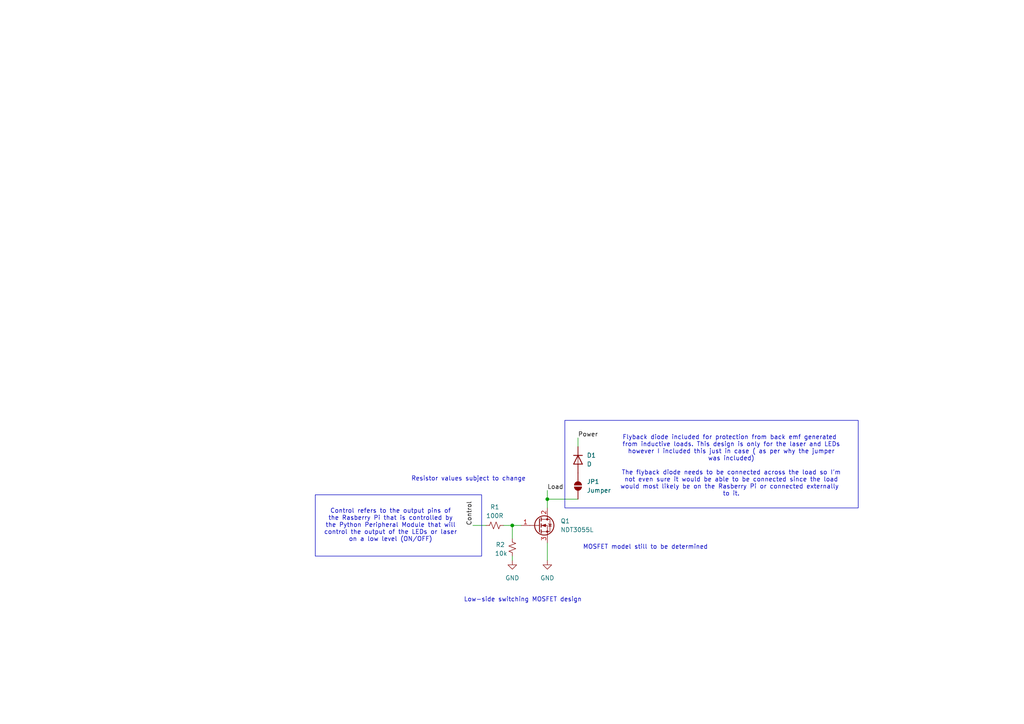
<source format=kicad_sch>
(kicad_sch (version 20250114) (generator "eeschema") (generator_version "9.0")
  (paper "A4")
  (title_block (title "MOSFET Driver Circuit") (date "2025-06-23") (rev "v0") (company "University of Cape Town") (comment 4 "Author: Saeed Solomon"))
  (lib_symbols
    (symbol "Device:D" (pin_numbers (hide yes)) (pin_names (offset 1.016) (hide yes))
      (property "Reference" "D" (at 0 2.54 0))
      (property "Value" "D" (at 0 -2.54 0))
      (symbol "D_0_1"
        (polyline (pts (xy -1.27 1.27) (xy -1.27 -1.27)) (stroke (width 0.254)))
        (polyline (pts (xy 1.27 1.27) (xy 1.27 -1.27) (xy -1.27 0) (xy 1.27 1.27)) (stroke (width 0.254)))
        (polyline (pts (xy 1.27 0) (xy -1.27 0)))
      )
      (symbol "D_1_1"
        (pin passive line (at -3.81 0 0) (length 2.54) (name "K") (number "1"))
        (pin passive line (at 3.81 0 180) (length 2.54) (name "A") (number "2"))
      )
    )
    (symbol "Device:R_Small_US" (pin_numbers (hide yes)) (pin_names (offset 0.254) (hide yes))
      (property "Reference" "R" (at 0.762 0.508 0))
      (property "Value" "R_Small_US" (at 0.762 -1.016 0))
      (symbol "R_Small_US_1_1"
        (polyline (pts (xy 0 1.524) (xy 1.016 1.143) (xy 0 0.762) (xy -1.016 0.381) (xy 0 0)))
        (polyline (pts (xy 0 0) (xy 1.016 -0.381) (xy 0 -0.762) (xy -1.016 -1.143) (xy 0 -1.524)))
        (pin passive line (at 0 2.54 270) (length 1.016) (name "~") (number "1"))
        (pin passive line (at 0 -2.54 90) (length 1.016) (name "~") (number "2"))
      )
    )
    (symbol "Jumper:SolderJumper_2_Open" (pin_numbers (hide yes)) (pin_names (offset 0) (hide yes)) (exclude_from_sim yes) (in_bom no)
      (property "Reference" "JP" (at 0 2.032 0))
      (property "Value" "SolderJumper_2_Open" (at 0 -2.54 0))
      (symbol "SolderJumper_2_Open_0_1"
        (polyline (pts (xy -0.254 1.016) (xy -0.254 -1.016)))
        (arc (start -0.254 -1.016) (mid -1.2656 0) (end -0.254 1.016))
        (arc (start -0.254 -1.016) (mid -1.2656 0) (end -0.254 1.016) (fill (type outline)))
        (arc (start 0.254 1.016) (mid 1.2656 0) (end 0.254 -1.016))
        (arc (start 0.254 1.016) (mid 1.2656 0) (end 0.254 -1.016) (fill (type outline)))
        (polyline (pts (xy 0.254 1.016) (xy 0.254 -1.016)))
      )
      (symbol "SolderJumper_2_Open_1_1"
        (pin passive line (at -3.81 0 0) (length 2.54) (name "A") (number "1"))
        (pin passive line (at 3.81 0 180) (length 2.54) (name "B") (number "2"))
      )
    )
    (symbol "Transistor_FET:NDT3055L" (pin_names (hide yes))
      (property "Reference" "Q" (at 5.08 1.905 0))
      (property "Value" "NDT3055L" (at 5.08 0 0))
      (symbol "NDT3055L_0_1"
        (polyline (pts (xy 0.254 1.905) (xy 0.254 -1.905)) (stroke (width 0.254)))
        (polyline (pts (xy 0.254 0) (xy -2.54 0)))
        (polyline (pts (xy 0.762 2.286) (xy 0.762 1.27)) (stroke (width 0.254)))
        (polyline (pts (xy 0.762 0.508) (xy 0.762 -0.508)) (stroke (width 0.254)))
        (polyline (pts (xy 0.762 -1.27) (xy 0.762 -2.286)) (stroke (width 0.254)))
        (polyline (pts (xy 0.762 -1.778) (xy 3.302 -1.778) (xy 3.302 1.778) (xy 0.762 1.778)))
        (polyline (pts (xy 1.016 0) (xy 2.032 0.381) (xy 2.032 -0.381) (xy 1.016 0)) (fill (type outline)))
        (circle (center 1.651 0) (radius 2.794) (stroke (width 0.254)))
        (polyline (pts (xy 2.54 2.54) (xy 2.54 1.778)))
        (circle (center 2.54 1.778) (radius 0.254) (fill (type outline)))
        (circle (center 2.54 -1.778) (radius 0.254) (fill (type outline)))
        (polyline (pts (xy 2.54 -2.54) (xy 2.54 0) (xy 0.762 0)))
        (polyline (pts (xy 2.794 0.508) (xy 2.921 0.381) (xy 3.683 0.381) (xy 3.81 0.254)))
        (polyline (pts (xy 3.302 0.381) (xy 2.921 -0.254) (xy 3.683 -0.254) (xy 3.302 0.381)))
      )
      (symbol "NDT3055L_1_1"
        (pin input line (at -5.08 0 0) (length 2.54) (name "G") (number "1"))
        (pin passive line (at 2.54 5.08 270) (length 2.54) (name "D") (number "2"))
        (pin passive line (at 2.54 -5.08 90) (length 2.54) (name "S") (number "3"))
      )
    )
    (symbol "power:GND" (power) (pin_numbers (hide yes)) (pin_names (offset 0) (hide yes))
      (property "Value" "GND" (at 0 -3.81 0))
      (symbol "GND_0_1"
        (polyline (pts (xy 0 0) (xy 0 -1.27) (xy 1.27 -1.27) (xy 0 -2.54) (xy -1.27 -1.27) (xy 0 -1.27)))
      )
      (symbol "GND_1_1"
        (pin power_in line (at 0 0 270) (length 0) (name "~") (number "1"))
      )
    )
  )
  (rectangle (start 91.44 143.51) (end 139.7 161.29))
  (rectangle (start 163.83 121.92) (end 248.92 147.32))
  (text "MOSFET model still to be determined" (at 187.198 158.75 0) (effects (font (size 1.27 1.27))))
  (text "Low-side switching MOSFET design" (at 151.638 173.99 0) (effects (font (size 1.27 1.27))))
  (text "Resistor values subject to change" (at 135.89 138.938 0) (effects (font (size 1.27 1.27))))
  (text "Flyback diode included for protection from back emf generated \nfrom inductive loads. This design is only for the laser and LEDs\nhowever I included this just in case ( as per why the jumper\nwas included)\n\nThe flyback diode needs to be connected across the load so I'm\nnot even sure it would be able to be connected since the load\nwould most likely be on the Rasberry Pi or connected externally \nto it." (at 212.09 135.128 0) (effects (font (size 1.27 1.27))))
  (text "Control refers to the output pins of\nthe Rasberry Pi that is controlled by\nthe Python Peripheral Module that will\ncontrol the output of the LEDs or laser\non a low level (ON/OFF)" (at 113.284 152.4 0) (effects (font (size 1.27 1.27))))
  (junction (at 148.59 152.4))
  (junction (at 158.75 144.78))
  (wire (pts (xy 158.75 157.48) (xy 158.75 162.56)))
  (wire (pts (xy 158.75 144.78) (xy 158.75 147.32)))
  (wire (pts (xy 148.59 152.4) (xy 151.13 152.4)))
  (wire (pts (xy 148.59 152.4) (xy 148.59 156.21)))
  (wire (pts (xy 158.75 144.78) (xy 167.64 144.78)))
  (wire (pts (xy 137.16 152.4) (xy 140.97 152.4)))
  (wire (pts (xy 146.05 152.4) (xy 148.59 152.4)))
  (wire (pts (xy 158.75 142.24) (xy 158.75 144.78)))
  (wire (pts (xy 148.59 161.29) (xy 148.59 162.56)))
  (wire (pts (xy 167.64 127) (xy 167.64 129.54)))
  (label "Load" (at 158.75 142.24 0))
  (label "Control" (at 137.16 152.4 90))
  (label "Power" (at 167.64 127 0))
  (symbol (lib_id "Device:R_Small_US") (at 148.59 158.75 180) (unit 1)
    (property "Reference" "R2" (at 143.764 157.988 0) (effects (justify right)))
    (property "Value" "10k" (at 143.51 160.528 0) (effects (justify right)))
    (property "Description" "Resistor, small US symbol" (effects (hide yes)))
  )
  (symbol (lib_id "power:GND") (at 158.75 162.56 0) (unit 1)
    (property "Reference" "#PWR02" (effects (hide yes)))
    (property "Value" "GND" (at 158.75 167.64 0))
    (property "Description" "Power symbol creates a global label with name \"GND\" , ground" (effects (hide yes)))
  )
  (symbol (lib_id "Device:D") (at 167.64 133.35 270) (unit 1)
    (property "Reference" "D1" (at 170.18 132.0799 90) (effects (justify left)))
    (property "Value" "D" (at 170.18 134.6199 90) (effects (justify left)))
    (property "Description" "Diode" (effects (hide yes)))
    (property "Sim.Device" "D" (effects (hide yes)))
    (property "Sim.Pins" "1=K 2=A" (effects (hide yes)))
  )
  (symbol (lib_id "Device:R_Small_US") (at 143.51 152.4 90) (unit 1)
    (property "Reference" "R1" (at 143.51 147.066 90))
    (property "Value" "100R" (at 143.51 149.606 90))
    (property "Description" "Resistor, small US symbol" (effects (hide yes)))
  )
  (symbol (lib_id "Transistor_FET:NDT3055L") (at 156.21 152.4 0) (unit 1)
    (property "Reference" "Q1" (at 162.56 151.1299 0) (effects (justify left)))
    (property "Value" "NDT3055L" (at 162.56 153.6699 0) (effects (justify left)))
    (property "Footprint" "Package_TO_SOT_SMD:SOT-223-3_TabPin2" (effects (hide yes)))
    (property "Datasheet" "https://www.onsemi.com/pdf/datasheet/ndt3055l-d.pdf" (effects (hide yes)))
    (property "Description" "4A Id, 60V Vds, N-Channel Logic Level Enhancement Mode MOSFET, SOT-223" (effects (hide yes)))
  )
  (symbol (lib_id "Jumper:SolderJumper_2_Open") (at 167.64 140.97 90) (unit 1) (in_bom no)
    (property "Reference" "JP1" (at 170.18 139.6999 90) (effects (justify right)))
    (property "Value" "Jumper" (at 170.18 142.2399 90) (effects (justify right)))
    (property "Description" "Solder Jumper, 2-pole, open" (effects (hide yes)))
  )
  (symbol (lib_id "power:GND") (at 148.59 162.56 0) (unit 1)
    (property "Reference" "#PWR03" (effects (hide yes)))
    (property "Value" "GND" (at 148.59 167.64 0))
    (property "Description" "Power symbol creates a global label with name \"GND\" , ground" (effects (hide yes)))
  )
)
</source>
